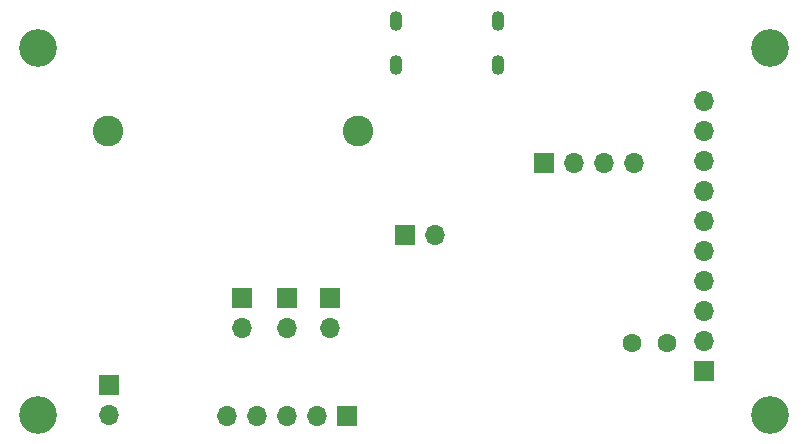
<source format=gbr>
%TF.GenerationSoftware,KiCad,Pcbnew,8.0.2*%
%TF.CreationDate,2024-05-29T18:12:24+12:00*%
%TF.ProjectId,microcontroller,6d696372-6f63-46f6-9e74-726f6c6c6572,0.1.0*%
%TF.SameCoordinates,Original*%
%TF.FileFunction,Soldermask,Bot*%
%TF.FilePolarity,Negative*%
%FSLAX46Y46*%
G04 Gerber Fmt 4.6, Leading zero omitted, Abs format (unit mm)*
G04 Created by KiCad (PCBNEW 8.0.2) date 2024-05-29 18:12:24*
%MOMM*%
%LPD*%
G01*
G04 APERTURE LIST*
%ADD10C,3.200000*%
%ADD11O,1.100000X1.700000*%
%ADD12R,1.700000X1.700000*%
%ADD13O,1.700000X1.700000*%
%ADD14C,2.600000*%
%ADD15C,1.600000*%
G04 APERTURE END LIST*
D10*
%TO.C,H1*%
X120000000Y-70000000D03*
%TD*%
D11*
%TO.C,J3*%
X158920000Y-71440000D03*
X158920000Y-67640000D03*
X150280000Y-71440000D03*
X150280000Y-67640000D03*
%TD*%
D12*
%TO.C,SW1*%
X137300000Y-91100000D03*
D13*
X137300000Y-93640000D03*
%TD*%
D12*
%TO.C,J4*%
X162860000Y-79700000D03*
D13*
X165400000Y-79700000D03*
X167940000Y-79700000D03*
X170480000Y-79700000D03*
%TD*%
D12*
%TO.C,JP1*%
X126000000Y-98500000D03*
D13*
X126000000Y-101040000D03*
%TD*%
D10*
%TO.C,H3*%
X120000000Y-101000000D03*
%TD*%
D12*
%TO.C,J1*%
X146130000Y-101100000D03*
D13*
X143590000Y-101100000D03*
X141050000Y-101100000D03*
X138510000Y-101100000D03*
X135970000Y-101100000D03*
%TD*%
D14*
%TO.C,BT1*%
X125950000Y-77000000D03*
X147050000Y-77000000D03*
%TD*%
D12*
%TO.C,J2*%
X176400000Y-97300000D03*
D13*
X176400000Y-94760000D03*
X176400000Y-92220000D03*
X176400000Y-89680000D03*
X176400000Y-87140000D03*
X176400000Y-84600000D03*
X176400000Y-82060000D03*
X176400000Y-79520000D03*
X176400000Y-76980000D03*
X176400000Y-74440000D03*
%TD*%
D15*
%TO.C,R5*%
X170280000Y-94975000D03*
X173280000Y-94975000D03*
%TD*%
D12*
%TO.C,JP2*%
X151060000Y-85800000D03*
D13*
X153600000Y-85800000D03*
%TD*%
D12*
%TO.C,SW2*%
X141050000Y-91100000D03*
D13*
X141050000Y-93640000D03*
%TD*%
D10*
%TO.C,H2*%
X182000000Y-70000000D03*
%TD*%
%TO.C,H4*%
X182000000Y-101000000D03*
%TD*%
D12*
%TO.C,SW3*%
X144750000Y-91100000D03*
D13*
X144750000Y-93640000D03*
%TD*%
M02*

</source>
